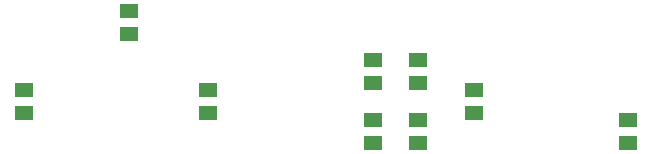
<source format=gbp>
G75*
%MOIN*%
%OFA0B0*%
%FSLAX25Y25*%
%IPPOS*%
%LPD*%
%AMOC8*
5,1,8,0,0,1.08239X$1,22.5*
%
%ADD10R,0.05906X0.05118*%
%ADD11R,0.06299X0.05118*%
D10*
X0042750Y0036510D03*
X0042750Y0043990D03*
X0104000Y0043990D03*
X0104000Y0036510D03*
X0192750Y0036510D03*
X0192750Y0043990D03*
D11*
X0174000Y0046510D03*
X0159000Y0046510D03*
X0159000Y0053990D03*
X0174000Y0053990D03*
X0174000Y0033990D03*
X0159000Y0033990D03*
X0159000Y0026510D03*
X0174000Y0026510D03*
X0244000Y0026510D03*
X0244000Y0033990D03*
X0077750Y0062760D03*
X0077750Y0070240D03*
M02*

</source>
